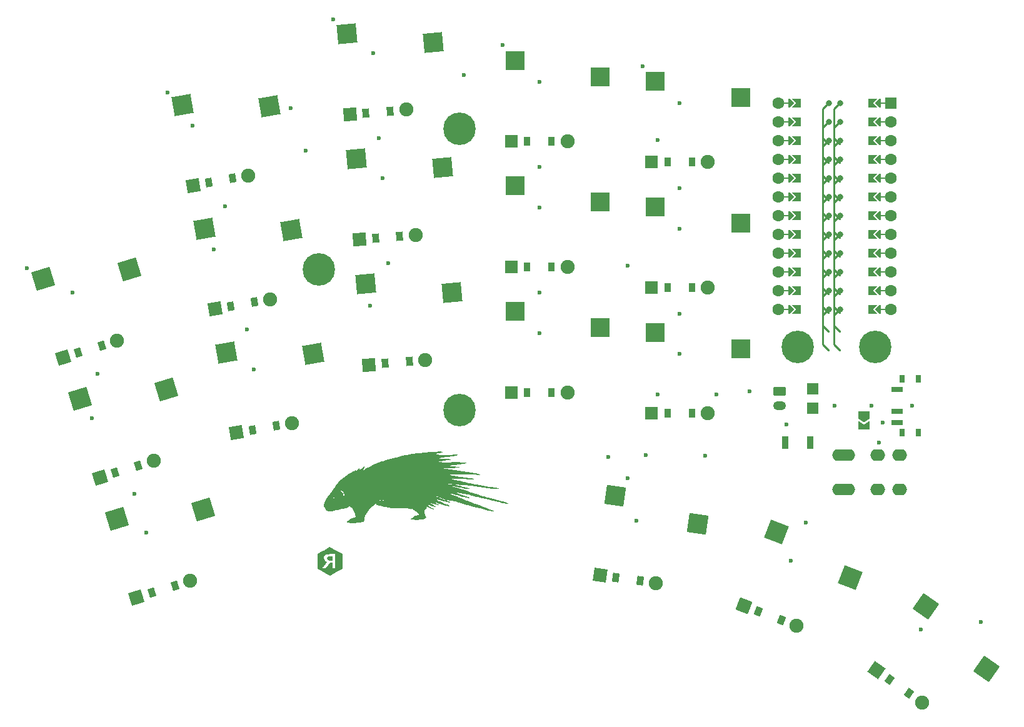
<source format=gbr>
%TF.GenerationSoftware,KiCad,Pcbnew,7.0.5*%
%TF.CreationDate,2024-04-29T22:33:29+02:00*%
%TF.ProjectId,porcupine,706f7263-7570-4696-9e65-2e6b69636164,v0.0.1*%
%TF.SameCoordinates,Original*%
%TF.FileFunction,Copper,L2,Bot*%
%TF.FilePolarity,Positive*%
%FSLAX46Y46*%
G04 Gerber Fmt 4.6, Leading zero omitted, Abs format (unit mm)*
G04 Created by KiCad (PCBNEW 7.0.5) date 2024-04-29 22:33:29*
%MOMM*%
%LPD*%
G01*
G04 APERTURE LIST*
G04 Aperture macros list*
%AMRoundRect*
0 Rectangle with rounded corners*
0 $1 Rounding radius*
0 $2 $3 $4 $5 $6 $7 $8 $9 X,Y pos of 4 corners*
0 Add a 4 corners polygon primitive as box body*
4,1,4,$2,$3,$4,$5,$6,$7,$8,$9,$2,$3,0*
0 Add four circle primitives for the rounded corners*
1,1,$1+$1,$2,$3*
1,1,$1+$1,$4,$5*
1,1,$1+$1,$6,$7*
1,1,$1+$1,$8,$9*
0 Add four rect primitives between the rounded corners*
20,1,$1+$1,$2,$3,$4,$5,0*
20,1,$1+$1,$4,$5,$6,$7,0*
20,1,$1+$1,$6,$7,$8,$9,0*
20,1,$1+$1,$8,$9,$2,$3,0*%
%AMRotRect*
0 Rectangle, with rotation*
0 The origin of the aperture is its center*
0 $1 length*
0 $2 width*
0 $3 Rotation angle, in degrees counterclockwise*
0 Add horizontal line*
21,1,$1,$2,0,0,$3*%
%AMFreePoly0*
4,1,5,0.125000,-0.500000,-0.125000,-0.500000,-0.125000,0.500000,0.125000,0.500000,0.125000,-0.500000,0.125000,-0.500000,$1*%
%AMFreePoly1*
4,1,6,0.600000,-0.250000,-0.600000,-0.250000,-0.600000,1.000000,0.000000,0.400000,0.600000,1.000000,0.600000,-0.250000,0.600000,-0.250000,$1*%
%AMFreePoly2*
4,1,6,0.600000,0.200000,0.000000,-0.400000,-0.600000,0.200000,-0.600000,0.400000,0.600000,0.400000,0.600000,0.200000,0.600000,0.200000,$1*%
%AMFreePoly3*
4,1,49,0.004652,0.123753,0.008918,0.124682,0.028635,0.117327,0.062500,0.108253,0.068172,0.102580,0.074910,0.100068,0.087486,0.083266,0.108253,0.062500,0.111163,0.051639,0.117119,0.043683,0.118510,0.024217,0.125000,0.000000,0.121245,-0.014013,0.122144,-0.026571,0.113772,-0.041901,0.108253,-0.062500,0.095633,-0.075119,0.088389,-0.088388,-0.641000,-0.817776,-0.641000,-4.770223,
0.088389,-5.499612,0.109711,-5.528094,0.124682,-5.596918,0.100068,-5.662910,0.043683,-5.705119,-0.026571,-5.710144,-0.088388,-5.676389,-0.854388,-4.910388,-0.867764,-4.892519,-0.871157,-4.889580,-0.871926,-4.886960,-0.875710,-4.881906,-0.882285,-4.851677,-0.891000,-4.822000,-0.891000,-0.766000,-0.887823,-0.743906,-0.888144,-0.739429,-0.886835,-0.737032,-0.885937,-0.730783,-0.869209,-0.704755,
-0.854388,-0.677612,-0.088388,0.088389,-0.064427,0.106325,-0.062500,0.108253,-0.061491,0.108523,-0.059906,0.109711,-0.044779,0.113001,0.000000,0.125000,0.004652,0.123753,0.004652,0.123753,$1*%
%AMFreePoly4*
4,1,6,1.000000,0.000000,0.500000,-0.750000,-0.500000,-0.750000,-0.500000,0.750000,0.500000,0.750000,1.000000,0.000000,1.000000,0.000000,$1*%
%AMFreePoly5*
4,1,6,0.500000,-0.750000,-0.650000,-0.750000,-0.150000,0.000000,-0.650000,0.750000,0.500000,0.750000,0.500000,-0.750000,0.500000,-0.750000,$1*%
G04 Aperture macros list end*
%TA.AperFunction,EtchedComponent*%
%ADD10C,0.020000*%
%TD*%
%TA.AperFunction,SMDPad,CuDef*%
%ADD11RotRect,2.600000X2.600000X17.000000*%
%TD*%
%TA.AperFunction,SMDPad,CuDef*%
%ADD12RotRect,2.600000X2.600000X10.000000*%
%TD*%
%TA.AperFunction,SMDPad,CuDef*%
%ADD13RotRect,2.600000X2.600000X5.000000*%
%TD*%
%TA.AperFunction,SMDPad,CuDef*%
%ADD14R,2.600000X2.600000*%
%TD*%
%TA.AperFunction,SMDPad,CuDef*%
%ADD15RotRect,2.600000X2.600000X352.000000*%
%TD*%
%TA.AperFunction,SMDPad,CuDef*%
%ADD16RotRect,2.600000X2.600000X339.000000*%
%TD*%
%TA.AperFunction,SMDPad,CuDef*%
%ADD17RotRect,2.600000X2.600000X325.000000*%
%TD*%
%TA.AperFunction,SMDPad,CuDef*%
%ADD18RotRect,0.900000X1.200000X17.000000*%
%TD*%
%TA.AperFunction,ComponentPad*%
%ADD19C,1.905000*%
%TD*%
%TA.AperFunction,ComponentPad*%
%ADD20RotRect,1.778000X1.778000X17.000000*%
%TD*%
%TA.AperFunction,SMDPad,CuDef*%
%ADD21RotRect,0.900000X1.200000X10.000000*%
%TD*%
%TA.AperFunction,ComponentPad*%
%ADD22RotRect,1.778000X1.778000X10.000000*%
%TD*%
%TA.AperFunction,SMDPad,CuDef*%
%ADD23RotRect,0.900000X1.200000X5.000000*%
%TD*%
%TA.AperFunction,ComponentPad*%
%ADD24RotRect,1.778000X1.778000X5.000000*%
%TD*%
%TA.AperFunction,SMDPad,CuDef*%
%ADD25R,0.900000X1.200000*%
%TD*%
%TA.AperFunction,ComponentPad*%
%ADD26R,1.778000X1.778000*%
%TD*%
%TA.AperFunction,SMDPad,CuDef*%
%ADD27RotRect,0.900000X1.200000X352.000000*%
%TD*%
%TA.AperFunction,ComponentPad*%
%ADD28RotRect,1.778000X1.778000X352.000000*%
%TD*%
%TA.AperFunction,SMDPad,CuDef*%
%ADD29RotRect,0.900000X1.200000X339.000000*%
%TD*%
%TA.AperFunction,ComponentPad*%
%ADD30RotRect,1.778000X1.778000X339.000000*%
%TD*%
%TA.AperFunction,SMDPad,CuDef*%
%ADD31RotRect,0.900000X1.200000X325.000000*%
%TD*%
%TA.AperFunction,ComponentPad*%
%ADD32RotRect,1.778000X1.778000X325.000000*%
%TD*%
%TA.AperFunction,ComponentPad*%
%ADD33C,1.600000*%
%TD*%
%TA.AperFunction,ComponentPad*%
%ADD34R,1.600000X1.600000*%
%TD*%
%TA.AperFunction,SMDPad,CuDef*%
%ADD35FreePoly0,90.000000*%
%TD*%
%TA.AperFunction,SMDPad,CuDef*%
%ADD36FreePoly1,90.000000*%
%TD*%
%TA.AperFunction,SMDPad,CuDef*%
%ADD37FreePoly2,90.000000*%
%TD*%
%TA.AperFunction,SMDPad,CuDef*%
%ADD38FreePoly0,270.000000*%
%TD*%
%TA.AperFunction,SMDPad,CuDef*%
%ADD39FreePoly2,270.000000*%
%TD*%
%TA.AperFunction,SMDPad,CuDef*%
%ADD40FreePoly1,270.000000*%
%TD*%
%TA.AperFunction,SMDPad,CuDef*%
%ADD41FreePoly3,90.000000*%
%TD*%
%TA.AperFunction,SMDPad,CuDef*%
%ADD42FreePoly3,270.000000*%
%TD*%
%TA.AperFunction,ComponentPad*%
%ADD43C,0.800000*%
%TD*%
%TA.AperFunction,ComponentPad*%
%ADD44RoundRect,0.250000X-0.625000X-0.350000X0.625000X-0.350000X0.625000X0.350000X-0.625000X0.350000X0*%
%TD*%
%TA.AperFunction,ComponentPad*%
%ADD45O,1.750000X1.200000*%
%TD*%
%TA.AperFunction,SMDPad,CuDef*%
%ADD46R,1.500000X1.500000*%
%TD*%
%TA.AperFunction,ComponentPad*%
%ADD47O,2.000000X1.600000*%
%TD*%
%TA.AperFunction,SMDPad,CuDef*%
%ADD48FreePoly4,270.000000*%
%TD*%
%TA.AperFunction,SMDPad,CuDef*%
%ADD49FreePoly5,270.000000*%
%TD*%
%TA.AperFunction,SMDPad,CuDef*%
%ADD50R,1.500000X0.700000*%
%TD*%
%TA.AperFunction,SMDPad,CuDef*%
%ADD51R,0.800000X1.000000*%
%TD*%
%TA.AperFunction,SMDPad,CuDef*%
%ADD52R,0.900000X1.700000*%
%TD*%
%TA.AperFunction,ComponentPad*%
%ADD53C,4.400000*%
%TD*%
%TA.AperFunction,ViaPad*%
%ADD54C,0.600000*%
%TD*%
G04 APERTURE END LIST*
%TO.C,Side_B*%
D10*
X199825227Y-150291289D02*
X200646329Y-150765445D01*
X200648920Y-151716148D01*
X200651512Y-152666851D01*
X199836988Y-153137129D01*
X199718545Y-153205447D01*
X199604933Y-153270847D01*
X199497407Y-153332614D01*
X199397223Y-153390033D01*
X199305636Y-153442389D01*
X199223901Y-153488967D01*
X199153274Y-153529050D01*
X199095011Y-153561925D01*
X199050367Y-153586876D01*
X199020596Y-153603188D01*
X199006956Y-153610145D01*
X199006357Y-153610342D01*
X198995405Y-153605778D01*
X198968152Y-153591689D01*
X198925851Y-153568784D01*
X198869755Y-153537770D01*
X198801119Y-153499356D01*
X198721195Y-153454249D01*
X198631239Y-153403157D01*
X198532502Y-153346789D01*
X198426241Y-153285852D01*
X198313707Y-153221054D01*
X198196154Y-153153104D01*
X198177449Y-153142267D01*
X197364649Y-152671258D01*
X197364607Y-152654032D01*
X197898049Y-152654032D01*
X197907796Y-152655446D01*
X197935390Y-152656708D01*
X197978358Y-152657773D01*
X198034226Y-152658600D01*
X198100522Y-152659146D01*
X198174772Y-152659367D01*
X198205389Y-152659356D01*
X198512729Y-152658962D01*
X198777607Y-152301216D01*
X199042486Y-151943471D01*
X199166227Y-151940618D01*
X199289969Y-151937765D01*
X199289969Y-152659751D01*
X199787809Y-152659751D01*
X199787809Y-150687476D01*
X199221389Y-150691114D01*
X199099427Y-150691922D01*
X198995981Y-150692701D01*
X198909244Y-150693524D01*
X198837412Y-150694463D01*
X198778679Y-150695592D01*
X198731241Y-150696983D01*
X198693292Y-150698708D01*
X198663027Y-150700841D01*
X198638642Y-150703453D01*
X198618330Y-150706619D01*
X198600288Y-150710409D01*
X198582710Y-150714898D01*
X198574470Y-150717165D01*
X198466519Y-150756239D01*
X198372502Y-150809287D01*
X198293106Y-150875848D01*
X198237452Y-150942960D01*
X198200356Y-151006499D01*
X198175804Y-151074441D01*
X198162492Y-151151599D01*
X198159042Y-151232271D01*
X198165710Y-151338521D01*
X198185803Y-151433142D01*
X198220262Y-151520537D01*
X198220901Y-151521831D01*
X198248798Y-151566253D01*
X198289739Y-151616285D01*
X198339167Y-151667384D01*
X198392524Y-151715005D01*
X198445255Y-151754606D01*
X198469549Y-151769744D01*
X198501996Y-151789455D01*
X198526155Y-151806307D01*
X198537707Y-151817231D01*
X198538129Y-151818528D01*
X198532054Y-151828162D01*
X198514613Y-151852242D01*
X198486981Y-151889230D01*
X198450333Y-151937582D01*
X198405845Y-151995759D01*
X198354691Y-152062220D01*
X198298046Y-152135423D01*
X198237087Y-152213828D01*
X198218089Y-152238190D01*
X198156100Y-152317736D01*
X198098067Y-152392415D01*
X198045163Y-152460703D01*
X197998561Y-152521076D01*
X197959434Y-152572010D01*
X197928954Y-152611982D01*
X197908295Y-152639467D01*
X197898629Y-152652942D01*
X197898049Y-152654032D01*
X197364607Y-152654032D01*
X197362307Y-151718084D01*
X197359966Y-150764911D01*
X197985971Y-150404231D01*
X198095787Y-150340955D01*
X198205280Y-150277860D01*
X198312404Y-150216123D01*
X198415115Y-150156923D01*
X198511366Y-150101441D01*
X198599112Y-150050854D01*
X198676309Y-150006343D01*
X198740910Y-149969085D01*
X198790871Y-149940259D01*
X198808051Y-149930342D01*
X199004126Y-149817134D01*
X199825227Y-150291289D01*
%TA.AperFunction,EtchedComponent*%
G36*
X199825227Y-150291289D02*
G01*
X200646329Y-150765445D01*
X200648920Y-151716148D01*
X200651512Y-152666851D01*
X199836988Y-153137129D01*
X199718545Y-153205447D01*
X199604933Y-153270847D01*
X199497407Y-153332614D01*
X199397223Y-153390033D01*
X199305636Y-153442389D01*
X199223901Y-153488967D01*
X199153274Y-153529050D01*
X199095011Y-153561925D01*
X199050367Y-153586876D01*
X199020596Y-153603188D01*
X199006956Y-153610145D01*
X199006357Y-153610342D01*
X198995405Y-153605778D01*
X198968152Y-153591689D01*
X198925851Y-153568784D01*
X198869755Y-153537770D01*
X198801119Y-153499356D01*
X198721195Y-153454249D01*
X198631239Y-153403157D01*
X198532502Y-153346789D01*
X198426241Y-153285852D01*
X198313707Y-153221054D01*
X198196154Y-153153104D01*
X198177449Y-153142267D01*
X197364649Y-152671258D01*
X197364607Y-152654032D01*
X197898049Y-152654032D01*
X197907796Y-152655446D01*
X197935390Y-152656708D01*
X197978358Y-152657773D01*
X198034226Y-152658600D01*
X198100522Y-152659146D01*
X198174772Y-152659367D01*
X198205389Y-152659356D01*
X198512729Y-152658962D01*
X198777607Y-152301216D01*
X199042486Y-151943471D01*
X199166227Y-151940618D01*
X199289969Y-151937765D01*
X199289969Y-152659751D01*
X199787809Y-152659751D01*
X199787809Y-150687476D01*
X199221389Y-150691114D01*
X199099427Y-150691922D01*
X198995981Y-150692701D01*
X198909244Y-150693524D01*
X198837412Y-150694463D01*
X198778679Y-150695592D01*
X198731241Y-150696983D01*
X198693292Y-150698708D01*
X198663027Y-150700841D01*
X198638642Y-150703453D01*
X198618330Y-150706619D01*
X198600288Y-150710409D01*
X198582710Y-150714898D01*
X198574470Y-150717165D01*
X198466519Y-150756239D01*
X198372502Y-150809287D01*
X198293106Y-150875848D01*
X198237452Y-150942960D01*
X198200356Y-151006499D01*
X198175804Y-151074441D01*
X198162492Y-151151599D01*
X198159042Y-151232271D01*
X198165710Y-151338521D01*
X198185803Y-151433142D01*
X198220262Y-151520537D01*
X198220901Y-151521831D01*
X198248798Y-151566253D01*
X198289739Y-151616285D01*
X198339167Y-151667384D01*
X198392524Y-151715005D01*
X198445255Y-151754606D01*
X198469549Y-151769744D01*
X198501996Y-151789455D01*
X198526155Y-151806307D01*
X198537707Y-151817231D01*
X198538129Y-151818528D01*
X198532054Y-151828162D01*
X198514613Y-151852242D01*
X198486981Y-151889230D01*
X198450333Y-151937582D01*
X198405845Y-151995759D01*
X198354691Y-152062220D01*
X198298046Y-152135423D01*
X198237087Y-152213828D01*
X198218089Y-152238190D01*
X198156100Y-152317736D01*
X198098067Y-152392415D01*
X198045163Y-152460703D01*
X197998561Y-152521076D01*
X197959434Y-152572010D01*
X197928954Y-152611982D01*
X197908295Y-152639467D01*
X197898629Y-152652942D01*
X197898049Y-152654032D01*
X197364607Y-152654032D01*
X197362307Y-151718084D01*
X197359966Y-150764911D01*
X197985971Y-150404231D01*
X198095787Y-150340955D01*
X198205280Y-150277860D01*
X198312404Y-150216123D01*
X198415115Y-150156923D01*
X198511366Y-150101441D01*
X198599112Y-150050854D01*
X198676309Y-150006343D01*
X198740910Y-149969085D01*
X198790871Y-149940259D01*
X198808051Y-149930342D01*
X199004126Y-149817134D01*
X199825227Y-150291289D01*
G37*
%TD.AperFunction*%
X199147729Y-151046464D02*
X199284889Y-151049391D01*
X199284889Y-151577711D01*
X199147729Y-151579098D01*
X199090306Y-151578997D01*
X199033998Y-151577708D01*
X198985100Y-151575447D01*
X198949907Y-151572430D01*
X198948623Y-151572264D01*
X198866859Y-151554154D01*
X198800070Y-151523112D01*
X198746949Y-151478361D01*
X198713660Y-151432586D01*
X198699395Y-151405783D01*
X198690918Y-151380884D01*
X198686779Y-151350970D01*
X198685525Y-151309122D01*
X198685493Y-151298311D01*
X198686403Y-151252135D01*
X198690067Y-151219416D01*
X198697804Y-151193340D01*
X198710849Y-151167244D01*
X198738843Y-151129519D01*
X198776585Y-151099439D01*
X198825794Y-151076528D01*
X198888189Y-151060310D01*
X198965492Y-151050311D01*
X199059421Y-151046054D01*
X199147729Y-151046464D01*
%TA.AperFunction,EtchedComponent*%
G36*
X199147729Y-151046464D02*
G01*
X199284889Y-151049391D01*
X199284889Y-151577711D01*
X199147729Y-151579098D01*
X199090306Y-151578997D01*
X199033998Y-151577708D01*
X198985100Y-151575447D01*
X198949907Y-151572430D01*
X198948623Y-151572264D01*
X198866859Y-151554154D01*
X198800070Y-151523112D01*
X198746949Y-151478361D01*
X198713660Y-151432586D01*
X198699395Y-151405783D01*
X198690918Y-151380884D01*
X198686779Y-151350970D01*
X198685525Y-151309122D01*
X198685493Y-151298311D01*
X198686403Y-151252135D01*
X198690067Y-151219416D01*
X198697804Y-151193340D01*
X198710849Y-151167244D01*
X198738843Y-151129519D01*
X198776585Y-151099439D01*
X198825794Y-151076528D01*
X198888189Y-151060310D01*
X198965492Y-151050311D01*
X199059421Y-151046054D01*
X199147729Y-151046464D01*
G37*
%TD.AperFunction*%
%TA.AperFunction,EtchedComponent*%
%TO.C,LOGO_B*%
G36*
X213992597Y-136880251D02*
G01*
X214001615Y-136880588D01*
X214145604Y-136889691D01*
X214231472Y-136904355D01*
X214273644Y-136928297D01*
X214285103Y-136953632D01*
X214275408Y-136993224D01*
X214225066Y-137027334D01*
X214126809Y-137057993D01*
X213973368Y-137087231D01*
X213757474Y-137117081D01*
X213657286Y-137129036D01*
X213503553Y-137147880D01*
X213379291Y-137165131D01*
X213300486Y-137178452D01*
X213281076Y-137184015D01*
X213296392Y-137199508D01*
X213372388Y-137219963D01*
X213513171Y-137246298D01*
X213675233Y-137272223D01*
X213797288Y-137295822D01*
X213886750Y-137322414D01*
X213923186Y-137345127D01*
X213964703Y-137362777D01*
X214069394Y-137374587D01*
X214228116Y-137380798D01*
X214431726Y-137381652D01*
X214671082Y-137377390D01*
X214937039Y-137368252D01*
X215220457Y-137354480D01*
X215512192Y-137336316D01*
X215803101Y-137314000D01*
X216079357Y-137288254D01*
X216210550Y-137277032D01*
X216285028Y-137278490D01*
X216317863Y-137294653D01*
X216324286Y-137321161D01*
X216288028Y-137370687D01*
X216179248Y-137418719D01*
X215997939Y-137465262D01*
X215744093Y-137510315D01*
X215417704Y-137553881D01*
X215165097Y-137581561D01*
X214918482Y-137609248D01*
X214641444Y-137644369D01*
X214368974Y-137682285D01*
X214149097Y-137716198D01*
X213955298Y-137748515D01*
X213826397Y-137771623D01*
X213755645Y-137787855D01*
X213736294Y-137799544D01*
X213761594Y-137809022D01*
X213824795Y-137818623D01*
X213845168Y-137821244D01*
X213943549Y-137830587D01*
X214098256Y-137841475D01*
X214293085Y-137852939D01*
X214511835Y-137864008D01*
X214689262Y-137871769D01*
X214967403Y-137886251D01*
X215174651Y-137904029D01*
X215310778Y-137924750D01*
X215375558Y-137948064D01*
X215368762Y-137973618D01*
X215290163Y-138001061D01*
X215139533Y-138030042D01*
X214916645Y-138060208D01*
X214818429Y-138071317D01*
X214620462Y-138096779D01*
X214416245Y-138129671D01*
X214236390Y-138164793D01*
X214156882Y-138183718D01*
X213991055Y-138219508D01*
X213818005Y-138244491D01*
X213688191Y-138252857D01*
X213580771Y-138255849D01*
X213513666Y-138263603D01*
X213501041Y-138271992D01*
X213543100Y-138281819D01*
X213641278Y-138293464D01*
X213779184Y-138305781D01*
X213940423Y-138317624D01*
X214108605Y-138327846D01*
X214267338Y-138335302D01*
X214400229Y-138338846D01*
X214455572Y-138338727D01*
X214526320Y-138337889D01*
X214659857Y-138336790D01*
X214846401Y-138335492D01*
X215076169Y-138334057D01*
X215339379Y-138332548D01*
X215626250Y-138331027D01*
X215816286Y-138330082D01*
X216237032Y-138328963D01*
X216589952Y-138330181D01*
X216879765Y-138333979D01*
X217111185Y-138340601D01*
X217288930Y-138350289D01*
X217417715Y-138363286D01*
X217502258Y-138379834D01*
X217547273Y-138400177D01*
X217558000Y-138419749D01*
X217526572Y-138461186D01*
X217430644Y-138499407D01*
X217267754Y-138535061D01*
X217035439Y-138568799D01*
X216959286Y-138577801D01*
X216768140Y-138600317D01*
X216562894Y-138625755D01*
X216383561Y-138649138D01*
X216360572Y-138652270D01*
X216192906Y-138673868D01*
X215990409Y-138697889D01*
X215790500Y-138719934D01*
X215743715Y-138724784D01*
X215570571Y-138743564D01*
X215404385Y-138763524D01*
X215272417Y-138781321D01*
X215235715Y-138787021D01*
X215072429Y-138814118D01*
X215308286Y-138836666D01*
X215436832Y-138848857D01*
X215614577Y-138865584D01*
X215818457Y-138884681D01*
X216025410Y-138903985D01*
X216034000Y-138904784D01*
X216283183Y-138931116D01*
X216463631Y-138957755D01*
X216579176Y-138985656D01*
X216633653Y-139015776D01*
X216630894Y-139049069D01*
X216627475Y-139052754D01*
X216584925Y-139061082D01*
X216478568Y-139070325D01*
X216317152Y-139080055D01*
X216109430Y-139089843D01*
X215864151Y-139099261D01*
X215590066Y-139107880D01*
X215398936Y-139112892D01*
X215121141Y-139120037D01*
X214875579Y-139127183D01*
X214669233Y-139134061D01*
X214509082Y-139140400D01*
X214402110Y-139145931D01*
X214355296Y-139150382D01*
X214364857Y-139152919D01*
X214447197Y-139161738D01*
X214590436Y-139180549D01*
X214783842Y-139207705D01*
X215016684Y-139241556D01*
X215278229Y-139280454D01*
X215557745Y-139322753D01*
X215844500Y-139366802D01*
X216127762Y-139410955D01*
X216396798Y-139453562D01*
X216640877Y-139492976D01*
X216849267Y-139527548D01*
X217011234Y-139555631D01*
X217113672Y-139575076D01*
X217242281Y-139598313D01*
X217421242Y-139625751D01*
X217628708Y-139654260D01*
X217842831Y-139680712D01*
X217884572Y-139685485D01*
X218083609Y-139709092D01*
X218267046Y-139733017D01*
X218417820Y-139754883D01*
X218518869Y-139772311D01*
X218537715Y-139776512D01*
X218646184Y-139798564D01*
X218788488Y-139821113D01*
X218882429Y-139833214D01*
X219048049Y-139862402D01*
X219198572Y-139907150D01*
X219318535Y-139960968D01*
X219392473Y-140017360D01*
X219408572Y-140054136D01*
X219391022Y-140093280D01*
X219327467Y-140094069D01*
X219308786Y-140090361D01*
X219179617Y-140068828D01*
X218992688Y-140046112D01*
X218762776Y-140023318D01*
X218504656Y-140001549D01*
X218233105Y-139981912D01*
X217962898Y-139965509D01*
X217708812Y-139953447D01*
X217485622Y-139946829D01*
X217376572Y-139945919D01*
X217130093Y-139947851D01*
X216866613Y-139952204D01*
X216595828Y-139958584D01*
X216327434Y-139966602D01*
X216071129Y-139975867D01*
X215836607Y-139985987D01*
X215633567Y-139996571D01*
X215471704Y-140007228D01*
X215360715Y-140017568D01*
X215310297Y-140027198D01*
X215308286Y-140029331D01*
X215341625Y-140048551D01*
X215432176Y-140077353D01*
X215565735Y-140112402D01*
X215728101Y-140150365D01*
X215905072Y-140187908D01*
X216082447Y-140221696D01*
X216233572Y-140246567D01*
X216567187Y-140294716D01*
X216911812Y-140342018D01*
X217249161Y-140386115D01*
X217560947Y-140424648D01*
X217828883Y-140455259D01*
X217944900Y-140467271D01*
X218177069Y-140492137D01*
X218345367Y-140515539D01*
X218458411Y-140539541D01*
X218524815Y-140566207D01*
X218553196Y-140597601D01*
X218555857Y-140613642D01*
X218543606Y-140635998D01*
X218499507Y-140649941D01*
X218412545Y-140656534D01*
X218271706Y-140656843D01*
X218138572Y-140653981D01*
X217911667Y-140645666D01*
X217654005Y-140632692D01*
X217407073Y-140617266D01*
X217304000Y-140609595D01*
X217138180Y-140598939D01*
X216942956Y-140590530D01*
X216728797Y-140584358D01*
X216506174Y-140580414D01*
X216285556Y-140578688D01*
X216077413Y-140579170D01*
X215892215Y-140581851D01*
X215740432Y-140586721D01*
X215632533Y-140593772D01*
X215578988Y-140602992D01*
X215580429Y-140611170D01*
X215642962Y-140630432D01*
X215766545Y-140662096D01*
X215941163Y-140703858D01*
X216156799Y-140753411D01*
X216403440Y-140808451D01*
X216671069Y-140866673D01*
X216923000Y-140920181D01*
X217110990Y-140960496D01*
X217348878Y-141012806D01*
X217615929Y-141072459D01*
X217891405Y-141134805D01*
X218154568Y-141195191D01*
X218301857Y-141229467D01*
X218458175Y-141263545D01*
X218658329Y-141303543D01*
X218874475Y-141344046D01*
X219045715Y-141374108D01*
X219267958Y-141412420D01*
X219510809Y-141455513D01*
X219740478Y-141497335D01*
X219880286Y-141523566D01*
X220072519Y-141558620D01*
X220298364Y-141597074D01*
X220545416Y-141637096D01*
X220801270Y-141676853D01*
X221053522Y-141714509D01*
X221289767Y-141748234D01*
X221497600Y-141776192D01*
X221664616Y-141796550D01*
X221778411Y-141807476D01*
X221810359Y-141808831D01*
X221921774Y-141821567D01*
X221968803Y-141853509D01*
X221953791Y-141895343D01*
X221879083Y-141937751D01*
X221770469Y-141967279D01*
X221692316Y-141970813D01*
X221555693Y-141965450D01*
X221373973Y-141952573D01*
X221160524Y-141933565D01*
X220928717Y-141909809D01*
X220691923Y-141882690D01*
X220463511Y-141853590D01*
X220256853Y-141823893D01*
X220085319Y-141794983D01*
X220061714Y-141790462D01*
X219913051Y-141764363D01*
X219719244Y-141734546D01*
X219507312Y-141704997D01*
X219336000Y-141683412D01*
X219119253Y-141655228D01*
X218863047Y-141618091D01*
X218599179Y-141576799D01*
X218359447Y-141536151D01*
X218356286Y-141535587D01*
X217967340Y-141477670D01*
X217529710Y-141433111D01*
X217140715Y-141407749D01*
X216903516Y-141394914D01*
X216672084Y-141380227D01*
X216463734Y-141364944D01*
X216295779Y-141350321D01*
X216197286Y-141339292D01*
X216066258Y-141325346D01*
X215884347Y-141311299D01*
X215673227Y-141298579D01*
X215454570Y-141288616D01*
X215399000Y-141286648D01*
X215216785Y-141281808D01*
X215105806Y-141281553D01*
X215064888Y-141285640D01*
X215092855Y-141293826D01*
X215188532Y-141305866D01*
X215350746Y-141321518D01*
X215578320Y-141340538D01*
X215707429Y-141350565D01*
X215866753Y-141363881D01*
X216003836Y-141379212D01*
X216134531Y-141399758D01*
X216274695Y-141428717D01*
X216440181Y-141469290D01*
X216646844Y-141524676D01*
X216850429Y-141581226D01*
X217071858Y-141641898D01*
X217294280Y-141700547D01*
X217497336Y-141751957D01*
X217660666Y-141790916D01*
X217718270Y-141803514D01*
X217853868Y-141836621D01*
X217959114Y-141871517D01*
X218015926Y-141901915D01*
X218020651Y-141908642D01*
X218000595Y-141940488D01*
X217917802Y-141953941D01*
X217779567Y-141949638D01*
X217593187Y-141928213D01*
X217365957Y-141890304D01*
X217105172Y-141836547D01*
X217050000Y-141824034D01*
X216820283Y-141773811D01*
X216582023Y-141726335D01*
X216347335Y-141683542D01*
X216128333Y-141647370D01*
X215937133Y-141619757D01*
X215785848Y-141602640D01*
X215686594Y-141597956D01*
X215658310Y-141601468D01*
X215670601Y-141615556D01*
X215739901Y-141640758D01*
X215852410Y-141672289D01*
X215889003Y-141681413D01*
X216089694Y-141732051D01*
X216295601Y-141788021D01*
X216516560Y-141852389D01*
X216762407Y-141928216D01*
X217042977Y-142018568D01*
X217368107Y-142126505D01*
X217747634Y-142255094D01*
X217916287Y-142312794D01*
X218214747Y-142414159D01*
X218522062Y-142516787D01*
X218823020Y-142615723D01*
X219102411Y-142706010D01*
X219345025Y-142782695D01*
X219535652Y-142840820D01*
X219549144Y-142844797D01*
X219769021Y-142909575D01*
X219990729Y-142975236D01*
X220193324Y-143035553D01*
X220355864Y-143084304D01*
X220406429Y-143099613D01*
X220591372Y-143151355D01*
X220796411Y-143201916D01*
X220975879Y-143240091D01*
X221107749Y-143269087D01*
X221289563Y-143315058D01*
X221502148Y-143372858D01*
X221726331Y-143437341D01*
X221854767Y-143475976D01*
X222078219Y-143543115D01*
X222302383Y-143608186D01*
X222507667Y-143665655D01*
X222674480Y-143709993D01*
X222744760Y-143727251D01*
X222942818Y-143781640D01*
X223093389Y-143840177D01*
X223188061Y-143898900D01*
X223218572Y-143950550D01*
X223214952Y-143967260D01*
X223199524Y-143977828D01*
X223165434Y-143981035D01*
X223105831Y-143975661D01*
X223013861Y-143960489D01*
X222882672Y-143934300D01*
X222705410Y-143895875D01*
X222475222Y-143843995D01*
X222185257Y-143777441D01*
X221984857Y-143731144D01*
X221779625Y-143683869D01*
X221593501Y-143641363D01*
X221440420Y-143606780D01*
X221334318Y-143583274D01*
X221295429Y-143575094D01*
X221198387Y-143554287D01*
X221040365Y-143517582D01*
X220819841Y-143464606D01*
X220535298Y-143394987D01*
X220185214Y-143308354D01*
X219768070Y-143204334D01*
X219282347Y-143082554D01*
X219227143Y-143068681D01*
X218918058Y-142991852D01*
X218610894Y-142917088D01*
X218317956Y-142847269D01*
X218051549Y-142785275D01*
X217823980Y-142733986D01*
X217647553Y-142696282D01*
X217576143Y-142682262D01*
X217367134Y-142642681D01*
X217118001Y-142594338D01*
X216859665Y-142543290D01*
X216623044Y-142495594D01*
X216618364Y-142494638D01*
X216433701Y-142457837D01*
X216276027Y-142428194D01*
X216158121Y-142407970D01*
X216092764Y-142399431D01*
X216083924Y-142399981D01*
X216108024Y-142419668D01*
X216193234Y-142458499D01*
X216331541Y-142513500D01*
X216514937Y-142581699D01*
X216735411Y-142660121D01*
X216984953Y-142745793D01*
X217255551Y-142835742D01*
X217274617Y-142841972D01*
X217532735Y-142928769D01*
X217724439Y-142999500D01*
X217853587Y-143056214D01*
X217924040Y-143100961D01*
X217939657Y-143135789D01*
X217904297Y-143162748D01*
X217888965Y-143168177D01*
X217813495Y-143171110D01*
X217680057Y-143154408D01*
X217499807Y-143120535D01*
X217283899Y-143071960D01*
X217043490Y-143011148D01*
X216789735Y-142940565D01*
X216596429Y-142882406D01*
X216324017Y-142798782D01*
X216109796Y-142736104D01*
X215943304Y-142691802D01*
X215814076Y-142663303D01*
X215711650Y-142648036D01*
X215625563Y-142643429D01*
X215624204Y-142643428D01*
X215496766Y-142630507D01*
X215384420Y-142602947D01*
X215301972Y-142579756D01*
X215254628Y-142576812D01*
X215252669Y-142578092D01*
X215279874Y-142596153D01*
X215368847Y-142637208D01*
X215513394Y-142698795D01*
X215707322Y-142778455D01*
X215944438Y-142873725D01*
X216218549Y-142982145D01*
X216523463Y-143101254D01*
X216852985Y-143228589D01*
X217200924Y-143361691D01*
X217561085Y-143498097D01*
X217685000Y-143544707D01*
X217899370Y-143626312D01*
X218110682Y-143708733D01*
X218300692Y-143784715D01*
X218451155Y-143847006D01*
X218511840Y-143873430D01*
X218637681Y-143926251D01*
X218811837Y-143994236D01*
X219013773Y-144069608D01*
X219222954Y-144144588D01*
X219280943Y-144164770D01*
X219476051Y-144233653D01*
X219657862Y-144300543D01*
X219810022Y-144359231D01*
X219916180Y-144403511D01*
X219941817Y-144415655D01*
X220032952Y-144455998D01*
X220172536Y-144510674D01*
X220339920Y-144571832D01*
X220479000Y-144619828D01*
X220741437Y-144708385D01*
X220942316Y-144777648D01*
X221089142Y-144830604D01*
X221189424Y-144870239D01*
X221250669Y-144899541D01*
X221280384Y-144921497D01*
X221286078Y-144939092D01*
X221285615Y-144940727D01*
X221237437Y-144979839D01*
X221127399Y-144991408D01*
X220954407Y-144975297D01*
X220717367Y-144931367D01*
X220415185Y-144859479D01*
X220206857Y-144804158D01*
X219954007Y-144735448D01*
X219690266Y-144664659D01*
X219436594Y-144597356D01*
X219213953Y-144539105D01*
X219063857Y-144500639D01*
X218865041Y-144449484D01*
X218663154Y-144395827D01*
X218484370Y-144346712D01*
X218374429Y-144315087D01*
X218221906Y-144269757D01*
X218081809Y-144228533D01*
X217940888Y-144187624D01*
X217785891Y-144143243D01*
X217603567Y-144091598D01*
X217380664Y-144028902D01*
X217103932Y-143951364D01*
X217036406Y-143932468D01*
X216818029Y-143870897D01*
X216623300Y-143815099D01*
X216463108Y-143768268D01*
X216348341Y-143733595D01*
X216289888Y-143714275D01*
X216285332Y-143712208D01*
X216230224Y-143692982D01*
X216120017Y-143664878D01*
X215971133Y-143631309D01*
X215799997Y-143595690D01*
X215623031Y-143561434D01*
X215456659Y-143531957D01*
X215317304Y-143510671D01*
X215313282Y-143510138D01*
X215076941Y-143472019D01*
X214836329Y-143417403D01*
X214561015Y-143339360D01*
X214553943Y-143337207D01*
X214459659Y-143304517D01*
X214316394Y-143250165D01*
X214141788Y-143181274D01*
X213953479Y-143104966D01*
X213769105Y-143028365D01*
X213606305Y-142958594D01*
X213512143Y-142916492D01*
X213390306Y-142865944D01*
X213270082Y-142824901D01*
X213169561Y-142798438D01*
X213106834Y-142791631D01*
X213094857Y-142799407D01*
X213126149Y-142819213D01*
X213208138Y-142855097D01*
X213321643Y-142898755D01*
X213454673Y-142949447D01*
X213572378Y-142997995D01*
X213639143Y-143028892D01*
X213715223Y-143064138D01*
X213843968Y-143119115D01*
X214010226Y-143187726D01*
X214198842Y-143263875D01*
X214394662Y-143341466D01*
X214582531Y-143414403D01*
X214747296Y-143476590D01*
X214800286Y-143495986D01*
X215045854Y-143588492D01*
X215225237Y-143664286D01*
X215337161Y-143722773D01*
X215380353Y-143763359D01*
X215380857Y-143766996D01*
X215351300Y-143799863D01*
X215323667Y-143804571D01*
X215277469Y-143796009D01*
X215173073Y-143772329D01*
X215022553Y-143736543D01*
X214837983Y-143691660D01*
X214631434Y-143640692D01*
X214414981Y-143586648D01*
X214200697Y-143532540D01*
X214000656Y-143481377D01*
X213826929Y-143436171D01*
X213691592Y-143399932D01*
X213621285Y-143380075D01*
X213572096Y-143370255D01*
X213580914Y-143396250D01*
X213601055Y-143421399D01*
X213656556Y-143480136D01*
X213727230Y-143537340D01*
X213820400Y-143596527D01*
X213943389Y-143661214D01*
X214103519Y-143734916D01*
X214308116Y-143821151D01*
X214564501Y-143923434D01*
X214879999Y-144045281D01*
X214979032Y-144083042D01*
X215142536Y-144151584D01*
X215235707Y-144206330D01*
X215259308Y-144248037D01*
X215214101Y-144277461D01*
X215182873Y-144284863D01*
X215082233Y-144283343D01*
X214918946Y-144253375D01*
X214696726Y-144195892D01*
X214419284Y-144111825D01*
X214183429Y-144034007D01*
X213867359Y-143928678D01*
X213614490Y-143848625D01*
X213425482Y-143793972D01*
X213300995Y-143764846D01*
X213241692Y-143761373D01*
X213248231Y-143783679D01*
X213321275Y-143831889D01*
X213430237Y-143890319D01*
X213570865Y-143961503D01*
X213689734Y-144020492D01*
X213770310Y-144059140D01*
X213793094Y-144069067D01*
X213818421Y-144098955D01*
X213800965Y-144126256D01*
X213731201Y-144148629D01*
X213655823Y-144134247D01*
X213481055Y-144082006D01*
X213293480Y-144026956D01*
X213106472Y-143972899D01*
X212933403Y-143923638D01*
X212787648Y-143882972D01*
X212682579Y-143854703D01*
X212631570Y-143842634D01*
X212629313Y-143842460D01*
X212626502Y-143847809D01*
X212649222Y-143865260D01*
X212705411Y-143899478D01*
X212803006Y-143955129D01*
X212949945Y-144036879D01*
X213113000Y-144126759D01*
X213232006Y-144198112D01*
X213321147Y-144262791D01*
X213364947Y-144309220D01*
X213367000Y-144316732D01*
X213363612Y-144340970D01*
X213347178Y-144354621D01*
X213308290Y-144356012D01*
X213237544Y-144343470D01*
X213125534Y-144315323D01*
X212962853Y-144269898D01*
X212740096Y-144205521D01*
X212737590Y-144204793D01*
X212554754Y-144152891D01*
X212397905Y-144110753D01*
X212279549Y-144081552D01*
X212212191Y-144068460D01*
X212201638Y-144068838D01*
X212220368Y-144097967D01*
X212301163Y-144157565D01*
X212441122Y-144245760D01*
X212637344Y-144360679D01*
X212768286Y-144434647D01*
X212909746Y-144515020D01*
X213033382Y-144587606D01*
X213121068Y-144641656D01*
X213146637Y-144659014D01*
X213199631Y-144708584D01*
X213191486Y-144730261D01*
X213128038Y-144724092D01*
X213015126Y-144690124D01*
X212928237Y-144657288D01*
X212780627Y-144599897D01*
X212636403Y-144546536D01*
X212535625Y-144511710D01*
X212429921Y-144475435D01*
X212284792Y-144422858D01*
X212128362Y-144364205D01*
X212098997Y-144352955D01*
X211953837Y-144299591D01*
X211853810Y-144267426D01*
X211803807Y-144256663D01*
X211808718Y-144267502D01*
X211873434Y-144300145D01*
X211986839Y-144348327D01*
X212093696Y-144398050D01*
X212166527Y-144444093D01*
X212187650Y-144471000D01*
X212159244Y-144512020D01*
X212086428Y-144572935D01*
X212024192Y-144615369D01*
X211916686Y-144698358D01*
X211849388Y-144780870D01*
X211838352Y-144808028D01*
X211826895Y-144977188D01*
X211863844Y-145181498D01*
X211946034Y-145405049D01*
X211965111Y-145445535D01*
X212042052Y-145625739D01*
X212070214Y-145760449D01*
X212047235Y-145859959D01*
X211970753Y-145934560D01*
X211839177Y-145994279D01*
X211651990Y-146048069D01*
X211439502Y-146090098D01*
X211212792Y-146120276D01*
X210982939Y-146138513D01*
X210761023Y-146144717D01*
X210558121Y-146138800D01*
X210385314Y-146120672D01*
X210253681Y-146090241D01*
X210174301Y-146047417D01*
X210155714Y-146007973D01*
X210133664Y-146001066D01*
X210083143Y-146036142D01*
X210027585Y-146077115D01*
X210010452Y-146069524D01*
X210028076Y-146023922D01*
X210076790Y-145950863D01*
X210138636Y-145876457D01*
X210320969Y-145721906D01*
X210551712Y-145611375D01*
X210791995Y-145549119D01*
X210920349Y-145516395D01*
X211026953Y-145473462D01*
X211074757Y-145441655D01*
X211107778Y-145403595D01*
X211113123Y-145368137D01*
X211083945Y-145319631D01*
X211013397Y-145242431D01*
X210966591Y-145194426D01*
X210707332Y-144955367D01*
X210454595Y-144776288D01*
X210337143Y-144711410D01*
X210240980Y-144650305D01*
X210114108Y-144552529D01*
X209976095Y-144433745D01*
X209892643Y-144355575D01*
X209779308Y-144247891D01*
X209750346Y-144221857D01*
X211716000Y-144221857D01*
X211734143Y-144239999D01*
X211752286Y-144221857D01*
X211734143Y-144203714D01*
X211716000Y-144221857D01*
X209750346Y-144221857D01*
X209709979Y-144185571D01*
X211643429Y-144185571D01*
X211661572Y-144203714D01*
X211679714Y-144185571D01*
X211661572Y-144167428D01*
X211643429Y-144185571D01*
X209709979Y-144185571D01*
X209687825Y-144165657D01*
X209628610Y-144117926D01*
X209611429Y-144111141D01*
X209635372Y-144146976D01*
X209700500Y-144222928D01*
X209796756Y-144327722D01*
X209909532Y-144445419D01*
X210033355Y-144573361D01*
X210110219Y-144656784D01*
X210144583Y-144702388D01*
X210140900Y-144716871D01*
X210103627Y-144706934D01*
X210076125Y-144695881D01*
X209980214Y-144659056D01*
X209880853Y-144629250D01*
X209769082Y-144605664D01*
X209635944Y-144587498D01*
X209472477Y-144573952D01*
X209269724Y-144564227D01*
X209018724Y-144557523D01*
X208710519Y-144553039D01*
X208450286Y-144550753D01*
X208123723Y-144546980D01*
X207820109Y-144540769D01*
X207549421Y-144532483D01*
X207321635Y-144522487D01*
X207146729Y-144511144D01*
X207036751Y-144499154D01*
X206868145Y-144468057D01*
X206649432Y-144421770D01*
X206400283Y-144365033D01*
X206140373Y-144302585D01*
X205889376Y-144239163D01*
X205666964Y-144179507D01*
X205492812Y-144128354D01*
X205479097Y-144123982D01*
X205283846Y-144061143D01*
X211407572Y-144061143D01*
X211408059Y-144075863D01*
X211459284Y-144111438D01*
X211462000Y-144112999D01*
X211540130Y-144150998D01*
X211589000Y-144164856D01*
X211588513Y-144150136D01*
X211537287Y-144114561D01*
X211534572Y-144112999D01*
X211456442Y-144075001D01*
X211407572Y-144061143D01*
X205283846Y-144061143D01*
X205247480Y-144049439D01*
X205442812Y-143927894D01*
X205564500Y-143858773D01*
X205726444Y-143775677D01*
X205901750Y-143692153D01*
X205982857Y-143655840D01*
X206166438Y-143574142D01*
X206286815Y-143515856D01*
X206348187Y-143477498D01*
X206354755Y-143455583D01*
X206310718Y-143446630D01*
X206235043Y-143446655D01*
X206157311Y-143452343D01*
X206136738Y-143461423D01*
X206155081Y-143467304D01*
X206173311Y-143481768D01*
X206144794Y-143512202D01*
X206064066Y-143562169D01*
X205925667Y-143635234D01*
X205806707Y-143694580D01*
X205526626Y-143838557D01*
X205254426Y-143989865D01*
X205004856Y-144139649D01*
X204792662Y-144279059D01*
X204632594Y-144399242D01*
X204632271Y-144399512D01*
X204461323Y-144570053D01*
X204285890Y-144794161D01*
X204116103Y-145054314D01*
X203962092Y-145332995D01*
X203833986Y-145612684D01*
X203741917Y-145875862D01*
X203714382Y-145986911D01*
X203684635Y-146125627D01*
X203658209Y-146242037D01*
X203640401Y-146312888D01*
X203639306Y-146316547D01*
X203620651Y-146348457D01*
X203579465Y-146376481D01*
X203505507Y-146403799D01*
X203388536Y-146433592D01*
X203218313Y-146469042D01*
X203037198Y-146503557D01*
X202881885Y-146525185D01*
X202685033Y-146541769D01*
X202462853Y-146553096D01*
X202231554Y-146558956D01*
X202007347Y-146559138D01*
X201806443Y-146553432D01*
X201645050Y-146541626D01*
X201539380Y-146523510D01*
X201537857Y-146523055D01*
X201446813Y-146504611D01*
X201383643Y-146506892D01*
X201339028Y-146508667D01*
X201341761Y-146467566D01*
X201387448Y-146391598D01*
X201471691Y-146288769D01*
X201546929Y-146209424D01*
X201698817Y-146075007D01*
X201863387Y-145970359D01*
X202059133Y-145886233D01*
X202304549Y-145813380D01*
X202372429Y-145796657D01*
X202477343Y-145770522D01*
X202548039Y-145750914D01*
X202564741Y-145744739D01*
X202560409Y-145706597D01*
X202533349Y-145614655D01*
X202488437Y-145482233D01*
X202430544Y-145322648D01*
X202364545Y-145149220D01*
X202295312Y-144975267D01*
X202227720Y-144814107D01*
X202206667Y-144766142D01*
X202158027Y-144686093D01*
X202075219Y-144577069D01*
X201975351Y-144461448D01*
X201965973Y-144451336D01*
X201874641Y-144349199D01*
X201806812Y-144265151D01*
X201774754Y-144214606D01*
X201773714Y-144209790D01*
X201787808Y-144161426D01*
X201825017Y-144066535D01*
X201877739Y-143944337D01*
X201886043Y-143925882D01*
X201963132Y-143753840D01*
X202012954Y-143637119D01*
X202039060Y-143565337D01*
X202045001Y-143528113D01*
X202034329Y-143515065D01*
X202026816Y-143514285D01*
X201992716Y-143542152D01*
X201991429Y-143552295D01*
X201976711Y-143598675D01*
X201936773Y-143695642D01*
X201877937Y-143828422D01*
X201815556Y-143963153D01*
X201738976Y-144121675D01*
X201669563Y-144247082D01*
X201597347Y-144345112D01*
X201512362Y-144421502D01*
X201404638Y-144481988D01*
X201264208Y-144532307D01*
X201081102Y-144578197D01*
X200845352Y-144625394D01*
X200581306Y-144673484D01*
X200344956Y-144718939D01*
X200100729Y-144771178D01*
X199871678Y-144824931D01*
X199680852Y-144874925D01*
X199613483Y-144894825D01*
X199427036Y-144949416D01*
X199286961Y-144980555D01*
X199172229Y-144991695D01*
X199061813Y-144986292D01*
X199058680Y-144985947D01*
X198826670Y-144940839D01*
X198657448Y-144863522D01*
X198557870Y-144767364D01*
X198496177Y-144684881D01*
X198410092Y-144576225D01*
X198349405Y-144502358D01*
X198271217Y-144403910D01*
X198231435Y-144329381D01*
X198220129Y-144248554D01*
X198227370Y-144131216D01*
X198227386Y-144131038D01*
X198272774Y-143901327D01*
X198363475Y-143653906D01*
X198446969Y-143496206D01*
X205715417Y-143496206D01*
X205756628Y-143501677D01*
X205837714Y-143503412D01*
X205927296Y-143501162D01*
X205960871Y-143495304D01*
X205937500Y-143488295D01*
X205820294Y-143482221D01*
X205737929Y-143488295D01*
X205715417Y-143496206D01*
X198446969Y-143496206D01*
X198488792Y-143417213D01*
X198505878Y-143390531D01*
X198574842Y-143283803D01*
X198586255Y-143265909D01*
X199378857Y-143265909D01*
X199389132Y-143292396D01*
X199430090Y-143286527D01*
X199516932Y-143245785D01*
X199524726Y-143241767D01*
X199611804Y-143181162D01*
X199669067Y-143115285D01*
X199689735Y-143067561D01*
X199667474Y-143060978D01*
X199606709Y-143081900D01*
X199505163Y-143133353D01*
X199422460Y-143197102D01*
X199380463Y-143255493D01*
X199378857Y-143265909D01*
X198586255Y-143265909D01*
X198661884Y-143147329D01*
X198737446Y-143027674D01*
X198827748Y-142891315D01*
X198941985Y-142729156D01*
X199058459Y-142571826D01*
X199082160Y-142540993D01*
X199160095Y-142439886D01*
X199229865Y-142347565D01*
X199299072Y-142253318D01*
X199335058Y-142202867D01*
X200511864Y-142202867D01*
X200556343Y-142254989D01*
X200614163Y-142305621D01*
X200737594Y-142445276D01*
X200830326Y-142619064D01*
X200877232Y-142796812D01*
X200879966Y-142835750D01*
X200883633Y-142975612D01*
X200965817Y-142880068D01*
X201022003Y-142799525D01*
X201047817Y-142732493D01*
X201048000Y-142728531D01*
X201022874Y-142616560D01*
X200957033Y-142489063D01*
X200877423Y-142380753D01*
X215940881Y-142380753D01*
X215976548Y-142386563D01*
X216023611Y-142379892D01*
X216024173Y-142367505D01*
X215975608Y-142358843D01*
X215954625Y-142364641D01*
X215940881Y-142380753D01*
X200877423Y-142380753D01*
X200864787Y-142363561D01*
X200830715Y-142328952D01*
X215792095Y-142328952D01*
X215797076Y-142350524D01*
X215816286Y-142353142D01*
X215846153Y-142339866D01*
X215840476Y-142328952D01*
X215797414Y-142324609D01*
X215792095Y-142328952D01*
X200830715Y-142328952D01*
X200810267Y-142308181D01*
X215614309Y-142308181D01*
X215649976Y-142313992D01*
X215697040Y-142307321D01*
X215697601Y-142294934D01*
X215649037Y-142286272D01*
X215628054Y-142292069D01*
X215614309Y-142308181D01*
X200810267Y-142308181D01*
X200772467Y-142269784D01*
X215439799Y-142269784D01*
X215489715Y-142274842D01*
X215541227Y-142269139D01*
X215535072Y-142256540D01*
X215460782Y-142251747D01*
X215444357Y-142256540D01*
X215439799Y-142269784D01*
X200772467Y-142269784D01*
X200760442Y-142257569D01*
X200724791Y-142233498D01*
X215185799Y-142233498D01*
X215235715Y-142238556D01*
X215287227Y-142232854D01*
X215281072Y-142220254D01*
X215206782Y-142215461D01*
X215190357Y-142220254D01*
X215185799Y-142233498D01*
X200724791Y-142233498D01*
X200671049Y-142197212D01*
X214931799Y-142197212D01*
X214981714Y-142202270D01*
X215033227Y-142196568D01*
X215027072Y-142183968D01*
X214952782Y-142179176D01*
X214936357Y-142183968D01*
X214931799Y-142197212D01*
X200671049Y-142197212D01*
X200658306Y-142188608D01*
X200593219Y-142171714D01*
X200524614Y-142178038D01*
X200511864Y-142202867D01*
X199335058Y-142202867D01*
X199375314Y-142146430D01*
X199466191Y-142016190D01*
X199579304Y-141851885D01*
X199722253Y-141642801D01*
X199794613Y-141536714D01*
X199954651Y-141319516D01*
X200143591Y-141091210D01*
X200347620Y-140866399D01*
X200552925Y-140659686D01*
X200745694Y-140485671D01*
X200902857Y-140365140D01*
X201007243Y-140293549D01*
X201085841Y-140237541D01*
X201120572Y-140210165D01*
X201158426Y-140185387D01*
X201245733Y-140134999D01*
X201367810Y-140067346D01*
X201456924Y-140019096D01*
X201617708Y-139929599D01*
X201776095Y-139836054D01*
X201906415Y-139753808D01*
X201946781Y-139726201D01*
X202073497Y-139640919D01*
X202204492Y-139560090D01*
X202263572Y-139526820D01*
X202367334Y-139469202D01*
X202451884Y-139418271D01*
X202470474Y-139405831D01*
X202533638Y-139377566D01*
X202556708Y-139404971D01*
X202537081Y-139481579D01*
X202517572Y-139522857D01*
X202481931Y-139602575D01*
X202471124Y-139650062D01*
X202472611Y-139653277D01*
X202503052Y-139636936D01*
X202532822Y-139610547D01*
X203518293Y-139610547D01*
X203524965Y-139657610D01*
X203537351Y-139658172D01*
X203546013Y-139609608D01*
X203540216Y-139588624D01*
X203524104Y-139574880D01*
X203518293Y-139610547D01*
X202532822Y-139610547D01*
X202568121Y-139579256D01*
X202654974Y-139493791D01*
X202696775Y-139450285D01*
X203551715Y-139450285D01*
X203564991Y-139480152D01*
X203575905Y-139474476D01*
X203580248Y-139431413D01*
X203575905Y-139426095D01*
X203554333Y-139431076D01*
X203551715Y-139450285D01*
X202696775Y-139450285D01*
X202750766Y-139394091D01*
X202842655Y-139293710D01*
X202917796Y-139206200D01*
X202963344Y-139145115D01*
X202971143Y-139127242D01*
X202995295Y-139089192D01*
X203005342Y-139087428D01*
X203028580Y-139119778D01*
X203046563Y-139201125D01*
X203050700Y-139241642D01*
X203061857Y-139395857D01*
X203279572Y-139193310D01*
X203458354Y-139033120D01*
X203591549Y-138928218D01*
X203680342Y-138878403D01*
X203725919Y-138883476D01*
X203729464Y-138943237D01*
X203692163Y-139057484D01*
X203661369Y-139128823D01*
X203621169Y-139228649D01*
X203595594Y-139313106D01*
X203587629Y-139367197D01*
X203600260Y-139375922D01*
X203615770Y-139357823D01*
X203688188Y-139288888D01*
X203809915Y-139207869D01*
X203961704Y-139126481D01*
X203992283Y-139112926D01*
X213988370Y-139112926D01*
X214038286Y-139117984D01*
X214089798Y-139112282D01*
X214083643Y-139099682D01*
X214009354Y-139094890D01*
X213992929Y-139099682D01*
X213988370Y-139112926D01*
X203992283Y-139112926D01*
X204069374Y-139078753D01*
X213763738Y-139078753D01*
X213799405Y-139084563D01*
X213846468Y-139077892D01*
X213847030Y-139065505D01*
X213798466Y-139056843D01*
X213777482Y-139062641D01*
X213763738Y-139078753D01*
X204069374Y-139078753D01*
X204087633Y-139070659D01*
X204176837Y-139033000D01*
X213639143Y-139033000D01*
X213657286Y-139051142D01*
X213675429Y-139033000D01*
X213657286Y-139014857D01*
X213639143Y-139033000D01*
X204176837Y-139033000D01*
X204210842Y-139018644D01*
X204374018Y-138946200D01*
X204514493Y-138881809D01*
X214739810Y-138881809D01*
X214744791Y-138903381D01*
X214764000Y-138905999D01*
X214793867Y-138892723D01*
X214788191Y-138881809D01*
X214745128Y-138877466D01*
X214739810Y-138881809D01*
X204514493Y-138881809D01*
X204551883Y-138864670D01*
X204559601Y-138861039D01*
X214924881Y-138861039D01*
X214960548Y-138866849D01*
X215007611Y-138860178D01*
X215008173Y-138847791D01*
X214959608Y-138839129D01*
X214938625Y-138844927D01*
X214924881Y-138861039D01*
X204559601Y-138861039D01*
X204658323Y-138814592D01*
X205029503Y-138645488D01*
X205425488Y-138478633D01*
X205831328Y-138319488D01*
X206038070Y-138244181D01*
X213364595Y-138244181D01*
X213400262Y-138249992D01*
X213447325Y-138243321D01*
X213447887Y-138230934D01*
X213399323Y-138222272D01*
X213378339Y-138228069D01*
X213364595Y-138244181D01*
X206038070Y-138244181D01*
X206232079Y-138173512D01*
X206612791Y-138046166D01*
X206678749Y-138026467D01*
X212747738Y-138026467D01*
X212783405Y-138032278D01*
X212830468Y-138025606D01*
X212831030Y-138013220D01*
X212782466Y-138004558D01*
X212761482Y-138010355D01*
X212747738Y-138026467D01*
X206678749Y-138026467D01*
X206800244Y-137990181D01*
X212892881Y-137990181D01*
X212928548Y-137995992D01*
X212975611Y-137989321D01*
X212976173Y-137976934D01*
X212927608Y-137968272D01*
X212906625Y-137974069D01*
X212892881Y-137990181D01*
X206800244Y-137990181D01*
X206921736Y-137953896D01*
X213038024Y-137953896D01*
X213073691Y-137959706D01*
X213120754Y-137953035D01*
X213121316Y-137940648D01*
X213072751Y-137931986D01*
X213051768Y-137937784D01*
X213038024Y-137953896D01*
X206921736Y-137953896D01*
X206958520Y-137942910D01*
X207067550Y-137915498D01*
X213190085Y-137915498D01*
X213240000Y-137920556D01*
X213291513Y-137914854D01*
X213285357Y-137902254D01*
X213211068Y-137897461D01*
X213194643Y-137902254D01*
X213190085Y-137915498D01*
X207067550Y-137915498D01*
X207211876Y-137879212D01*
X213371513Y-137879212D01*
X213421429Y-137884270D01*
X213472941Y-137878568D01*
X213466786Y-137865968D01*
X213392496Y-137861176D01*
X213376072Y-137865968D01*
X213371513Y-137879212D01*
X207211876Y-137879212D01*
X207234715Y-137873470D01*
X207357990Y-137845039D01*
X213546024Y-137845039D01*
X213581691Y-137850849D01*
X213628754Y-137844178D01*
X213629316Y-137831791D01*
X213580751Y-137823129D01*
X213559768Y-137828927D01*
X213546024Y-137845039D01*
X207357990Y-137845039D01*
X207451433Y-137823488D01*
X207687578Y-137765498D01*
X207909264Y-137707975D01*
X208033000Y-137673865D01*
X208587002Y-137527317D01*
X208851850Y-137466666D01*
X212018381Y-137466666D01*
X212023362Y-137488238D01*
X212042572Y-137490857D01*
X212072439Y-137477580D01*
X212066762Y-137466666D01*
X212023699Y-137462323D01*
X212018381Y-137466666D01*
X208851850Y-137466666D01*
X209010302Y-137430380D01*
X212163524Y-137430380D01*
X212168505Y-137451952D01*
X212187714Y-137454571D01*
X212217582Y-137441295D01*
X212211905Y-137430380D01*
X212168842Y-137426038D01*
X212163524Y-137430380D01*
X209010302Y-137430380D01*
X209168750Y-137394095D01*
X212272381Y-137394095D01*
X212277362Y-137415667D01*
X212296572Y-137418285D01*
X212326439Y-137405009D01*
X212320762Y-137394095D01*
X212277699Y-137389752D01*
X212272381Y-137394095D01*
X209168750Y-137394095D01*
X209187868Y-137389717D01*
X209269484Y-137373324D01*
X212421167Y-137373324D01*
X212456834Y-137379135D01*
X212503897Y-137372463D01*
X212504459Y-137360077D01*
X212455894Y-137351415D01*
X212434911Y-137357212D01*
X212421167Y-137373324D01*
X209269484Y-137373324D01*
X209527388Y-137321523D01*
X212598953Y-137321523D01*
X212603934Y-137343095D01*
X212623143Y-137345714D01*
X212653010Y-137332437D01*
X212647334Y-137321523D01*
X212604271Y-137317181D01*
X212598953Y-137321523D01*
X209527388Y-137321523D01*
X209630797Y-137300753D01*
X212747738Y-137300753D01*
X212783405Y-137306563D01*
X212830468Y-137299892D01*
X212831030Y-137287505D01*
X212782466Y-137278843D01*
X212761482Y-137284641D01*
X212747738Y-137300753D01*
X209630797Y-137300753D01*
X209665857Y-137293711D01*
X209897235Y-137250200D01*
X209904068Y-137248952D01*
X212925524Y-137248952D01*
X212930505Y-137270524D01*
X212949714Y-137273142D01*
X212979582Y-137259866D01*
X212973905Y-137248952D01*
X212930842Y-137244609D01*
X212925524Y-137248952D01*
X209904068Y-137248952D01*
X210076762Y-137217412D01*
X210104864Y-137212666D01*
X213106953Y-137212666D01*
X213111934Y-137234238D01*
X213131143Y-137236857D01*
X213161010Y-137223580D01*
X213155334Y-137212666D01*
X213112271Y-137208323D01*
X213106953Y-137212666D01*
X210104864Y-137212666D01*
X210223891Y-137192564D01*
X210358074Y-137172875D01*
X210498765Y-137155564D01*
X210665418Y-137137850D01*
X210877484Y-137116951D01*
X210954000Y-137109534D01*
X211173169Y-137087640D01*
X211389906Y-137064811D01*
X211583353Y-137043322D01*
X211732654Y-137025449D01*
X211770429Y-137020495D01*
X211924861Y-137002592D01*
X212130568Y-136983281D01*
X212373969Y-136963412D01*
X212641486Y-136943838D01*
X212919541Y-136925409D01*
X213194553Y-136908978D01*
X213452943Y-136895394D01*
X213681134Y-136885511D01*
X213865545Y-136880180D01*
X213992597Y-136880251D01*
G37*
%TD.AperFunction*%
%TD*%
D11*
%TO.P,S1,1*%
%TO.N,pinky_bottom*%
X170158171Y-146010323D03*
%TO.P,S1,2*%
%TO.N,P20*%
X181846709Y-144737300D03*
%TD*%
%TO.P,S2,1*%
%TO.N,pinky_home*%
X165187852Y-129753142D03*
%TO.P,S2,2*%
%TO.N,P20*%
X176876390Y-128480119D03*
%TD*%
%TO.P,S3,1*%
%TO.N,pinky_top*%
X160217533Y-113495961D03*
%TO.P,S3,2*%
%TO.N,P20*%
X171906071Y-112222938D03*
%TD*%
D12*
%TO.P,S4,1*%
%TO.N,ring_bottom*%
X185032696Y-123447489D03*
%TO.P,S4,2*%
%TO.N,P19*%
X196789251Y-123608429D03*
%TD*%
%TO.P,S5,1*%
%TO.N,ring_home*%
X182080677Y-106705757D03*
%TO.P,S5,2*%
%TO.N,P19*%
X193837232Y-106866697D03*
%TD*%
%TO.P,S6,1*%
%TO.N,ring_top*%
X179128658Y-89964025D03*
%TO.P,S6,2*%
%TO.N,P19*%
X190885213Y-90124965D03*
%TD*%
D13*
%TO.P,S7,1*%
%TO.N,middle_bottom*%
X203922177Y-114179220D03*
%TO.P,S7,2*%
%TO.N,P18*%
X215619968Y-115364199D03*
%TD*%
%TO.P,S8,1*%
%TO.N,middle_home*%
X202639769Y-97226479D03*
%TO.P,S8,2*%
%TO.N,P18*%
X214337560Y-98411458D03*
%TD*%
%TO.P,S9,1*%
%TO.N,middle_top*%
X201357360Y-80273738D03*
%TO.P,S9,2*%
%TO.N,P18*%
X213055151Y-81458717D03*
%TD*%
D14*
%TO.P,S10,1*%
%TO.N,index_bottom*%
X224136087Y-117900184D03*
%TO.P,S10,2*%
%TO.N,P15*%
X235686087Y-120100184D03*
%TD*%
%TO.P,S11,1*%
%TO.N,index_home*%
X224136087Y-100900184D03*
%TO.P,S11,2*%
%TO.N,P15*%
X235686087Y-103100184D03*
%TD*%
%TO.P,S12,1*%
%TO.N,index_top*%
X224136087Y-83900184D03*
%TO.P,S12,2*%
%TO.N,P15*%
X235686087Y-86100184D03*
%TD*%
%TO.P,S13,1*%
%TO.N,inner_bottom*%
X243136087Y-120733517D03*
%TO.P,S13,2*%
%TO.N,P14*%
X254686087Y-122933517D03*
%TD*%
%TO.P,S14,1*%
%TO.N,inner_home*%
X243136087Y-103733517D03*
%TO.P,S14,2*%
%TO.N,P14*%
X254686087Y-105933517D03*
%TD*%
%TO.P,S15,1*%
%TO.N,inner_top*%
X243136087Y-86733517D03*
%TO.P,S15,2*%
%TO.N,P14*%
X254686087Y-88933517D03*
%TD*%
D15*
%TO.P,S16,1*%
%TO.N,near_thumb*%
X237716248Y-142876025D03*
%TO.P,S16,2*%
%TO.N,P18*%
X248847663Y-146662064D03*
%TD*%
D16*
%TO.P,S17,1*%
%TO.N,home_thumb*%
X259501796Y-147744275D03*
%TO.P,S17,2*%
%TO.N,P15*%
X269496241Y-153937302D03*
%TD*%
D17*
%TO.P,S18,1*%
%TO.N,far_thumb*%
X279755482Y-157857730D03*
%TO.P,S18,2*%
%TO.N,P14*%
X287954820Y-166284672D03*
%TD*%
D18*
%TO.P,D1,2*%
%TO.N,pinky_bottom*%
X178069443Y-155041930D03*
%TO.P,D1,1*%
%TO.N,P6*%
X174913637Y-156006756D03*
D19*
%TO.N,pinky_bottom*%
X180135061Y-154410407D03*
D20*
%TO.P,D1,2*%
%TO.N,P6*%
X172848019Y-156638279D03*
%TD*%
D18*
%TO.P,D2,2*%
%TO.N,pinky_home*%
X173099124Y-138784749D03*
%TO.P,D2,1*%
%TO.N,P5*%
X169943318Y-139749575D03*
D19*
%TO.N,pinky_home*%
X175164742Y-138153226D03*
D20*
%TO.P,D2,2*%
%TO.N,P5*%
X167877700Y-140381098D03*
%TD*%
D18*
%TO.P,D3,2*%
%TO.N,pinky_top*%
X168128805Y-122527568D03*
%TO.P,D3,1*%
%TO.N,P4*%
X164972999Y-123492394D03*
D19*
%TO.N,pinky_top*%
X170194423Y-121896045D03*
D20*
%TO.P,D3,2*%
%TO.N,P4*%
X162907381Y-124123917D03*
%TD*%
D21*
%TO.P,D4,2*%
%TO.N,ring_bottom*%
X191784321Y-133375916D03*
%TO.P,D4,1*%
%TO.N,P6*%
X188534455Y-133948954D03*
D19*
%TO.N,ring_bottom*%
X193911506Y-133000835D03*
D22*
%TO.P,D4,2*%
%TO.N,P6*%
X186407270Y-134324035D03*
%TD*%
D21*
%TO.P,D5,2*%
%TO.N,ring_home*%
X188832302Y-116634185D03*
%TO.P,D5,1*%
%TO.N,P5*%
X185582436Y-117207223D03*
D19*
%TO.N,ring_home*%
X190959487Y-116259104D03*
D22*
%TO.P,D5,2*%
%TO.N,P5*%
X183455251Y-117582304D03*
%TD*%
D21*
%TO.P,D6,2*%
%TO.N,ring_top*%
X185880283Y-99892453D03*
%TO.P,D6,1*%
%TO.N,P4*%
X182630417Y-100465491D03*
D19*
%TO.N,ring_top*%
X188007468Y-99517372D03*
D22*
%TO.P,D6,2*%
%TO.N,P4*%
X180503232Y-100840572D03*
%TD*%
D23*
%TO.P,D7,2*%
%TO.N,middle_bottom*%
X209782791Y-124658310D03*
%TO.P,D7,1*%
%TO.N,P6*%
X206495349Y-124945924D03*
D19*
%TO.N,middle_bottom*%
X211934572Y-124470054D03*
D24*
%TO.P,D7,2*%
%TO.N,P6*%
X204343568Y-125134180D03*
%TD*%
D23*
%TO.P,D8,2*%
%TO.N,middle_home*%
X208500382Y-107705569D03*
%TO.P,D8,1*%
%TO.N,P5*%
X205212940Y-107993183D03*
D19*
%TO.N,middle_home*%
X210652163Y-107517313D03*
D24*
%TO.P,D8,2*%
%TO.N,P5*%
X203061159Y-108181439D03*
%TD*%
D23*
%TO.P,D9,2*%
%TO.N,middle_top*%
X207217974Y-90752828D03*
%TO.P,D9,1*%
%TO.N,P4*%
X203930532Y-91040442D03*
D19*
%TO.N,middle_top*%
X209369755Y-90564572D03*
D24*
%TO.P,D9,2*%
%TO.N,P4*%
X201778751Y-91228698D03*
%TD*%
D25*
%TO.P,D10,2*%
%TO.N,index_bottom*%
X229061087Y-128850184D03*
%TO.P,D10,1*%
%TO.N,P6*%
X225761087Y-128850184D03*
D19*
%TO.N,index_bottom*%
X231221087Y-128850184D03*
D26*
%TO.P,D10,2*%
%TO.N,P6*%
X223601087Y-128850184D03*
%TD*%
D25*
%TO.P,D11,2*%
%TO.N,index_home*%
X229061087Y-111850184D03*
%TO.P,D11,1*%
%TO.N,P5*%
X225761087Y-111850184D03*
D19*
%TO.N,index_home*%
X231221087Y-111850184D03*
D26*
%TO.P,D11,2*%
%TO.N,P5*%
X223601087Y-111850184D03*
%TD*%
D25*
%TO.P,D12,2*%
%TO.N,index_top*%
X229061087Y-94850184D03*
%TO.P,D12,1*%
%TO.N,P4*%
X225761087Y-94850184D03*
D19*
%TO.N,index_top*%
X231221087Y-94850184D03*
D26*
%TO.P,D12,2*%
%TO.N,P4*%
X223601087Y-94850184D03*
%TD*%
D25*
%TO.P,D13,2*%
%TO.N,inner_bottom*%
X248061087Y-131683517D03*
%TO.P,D13,1*%
%TO.N,P6*%
X244761087Y-131683517D03*
D19*
%TO.N,inner_bottom*%
X250221087Y-131683517D03*
D26*
%TO.P,D13,2*%
%TO.N,P6*%
X242601087Y-131683517D03*
%TD*%
D25*
%TO.P,D14,2*%
%TO.N,inner_home*%
X248061087Y-114683517D03*
%TO.P,D14,1*%
%TO.N,P5*%
X244761087Y-114683517D03*
D19*
%TO.N,inner_home*%
X250221087Y-114683517D03*
D26*
%TO.P,D14,2*%
%TO.N,P5*%
X242601087Y-114683517D03*
%TD*%
D25*
%TO.P,D15,2*%
%TO.N,inner_top*%
X248061087Y-97683517D03*
%TO.P,D15,1*%
%TO.N,P4*%
X244761087Y-97683517D03*
D19*
%TO.N,inner_top*%
X250221087Y-97683517D03*
D26*
%TO.P,D15,2*%
%TO.N,P4*%
X242601087Y-97683517D03*
%TD*%
D27*
%TO.P,D16,2*%
%TO.N,near_thumb*%
X241069373Y-154404889D03*
%TO.P,D16,1*%
%TO.N,N/C*%
X237801489Y-153945617D03*
D19*
%TO.N,near_thumb*%
X243208352Y-154705503D03*
D28*
%TO.P,D16,2*%
%TO.N,N/C*%
X235662510Y-153645003D03*
%TD*%
D29*
%TO.P,D17,2*%
%TO.N,home_thumb*%
X260175551Y-159731943D03*
%TO.P,D17,1*%
%TO.N,N/C*%
X257094735Y-158549329D03*
D19*
%TO.N,home_thumb*%
X262192084Y-160506018D03*
D30*
%TO.P,D17,2*%
%TO.N,N/C*%
X255078202Y-157775254D03*
%TD*%
D31*
%TO.P,D18,2*%
%TO.N,far_thumb*%
X277509144Y-169652308D03*
%TO.P,D18,1*%
%TO.N,N/C*%
X274805942Y-167759506D03*
D19*
%TO.N,far_thumb*%
X279278512Y-170891233D03*
D32*
%TO.P,D18,2*%
%TO.N,N/C*%
X273036574Y-166520581D03*
%TD*%
D33*
%TO.P,MCU1,*%
%TO.N,*%
X259791087Y-89713517D03*
X259791087Y-92253517D03*
X259791087Y-94793517D03*
X259791087Y-97333517D03*
X259791087Y-99873517D03*
X259791087Y-102413517D03*
X259791087Y-104953517D03*
X259791087Y-107493517D03*
X259791087Y-110033517D03*
X259791087Y-112573517D03*
X259791087Y-115113517D03*
X259791087Y-117653517D03*
X275031087Y-117653517D03*
X275031087Y-115113517D03*
X275031087Y-112573517D03*
X275031087Y-110033517D03*
X275031087Y-107493517D03*
X275031087Y-104953517D03*
X275031087Y-102413517D03*
X275031087Y-99873517D03*
X275031087Y-97333517D03*
X275031087Y-94793517D03*
X275031087Y-92253517D03*
X275031087Y-89713517D03*
D34*
X275031087Y-89713517D03*
D35*
X261061087Y-89713517D03*
D36*
%TO.P,MCU1,1*%
%TO.N,RAW*%
X262585087Y-89713517D03*
D37*
%TO.P,MCU1,*%
%TO.N,*%
X261569087Y-89713517D03*
D35*
X261061087Y-92253517D03*
D37*
X261569087Y-92253517D03*
D36*
%TO.P,MCU1,2*%
%TO.N,N/C*%
X262585087Y-92253517D03*
D35*
%TO.P,MCU1,*%
%TO.N,*%
X261061087Y-94793517D03*
D37*
X261569087Y-94793517D03*
D36*
%TO.P,MCU1,3*%
%TO.N,RST*%
X262585087Y-94793517D03*
D35*
%TO.P,MCU1,*%
%TO.N,*%
X261061087Y-97333517D03*
D37*
X261569087Y-97333517D03*
D36*
%TO.P,MCU1,4*%
%TO.N,VCC*%
X262585087Y-97333517D03*
D35*
%TO.P,MCU1,*%
%TO.N,*%
X261061087Y-99873517D03*
D37*
X261569087Y-99873517D03*
D36*
%TO.P,MCU1,5*%
%TO.N,P21*%
X262585087Y-99873517D03*
D35*
%TO.P,MCU1,*%
%TO.N,*%
X261061087Y-102413517D03*
D37*
X261569087Y-102413517D03*
D36*
%TO.P,MCU1,6*%
%TO.N,P20*%
X262585087Y-102413517D03*
D35*
%TO.P,MCU1,*%
%TO.N,*%
X261061087Y-104953517D03*
D37*
X261569087Y-104953517D03*
D36*
%TO.P,MCU1,7*%
%TO.N,P19*%
X262585087Y-104953517D03*
D35*
%TO.P,MCU1,*%
%TO.N,*%
X261061087Y-107493517D03*
D37*
X261569087Y-107493517D03*
D36*
%TO.P,MCU1,8*%
%TO.N,P18*%
X262585087Y-107493517D03*
D35*
%TO.P,MCU1,*%
%TO.N,*%
X261061087Y-110033517D03*
D37*
X261569087Y-110033517D03*
D36*
%TO.P,MCU1,9*%
%TO.N,P15*%
X262585087Y-110033517D03*
D35*
%TO.P,MCU1,*%
%TO.N,*%
X261061087Y-112573517D03*
D37*
X261569087Y-112573517D03*
D36*
%TO.P,MCU1,10*%
%TO.N,P14*%
X262585087Y-112573517D03*
D35*
%TO.P,MCU1,*%
%TO.N,*%
X261061087Y-115113517D03*
D37*
X261569087Y-115113517D03*
D36*
%TO.P,MCU1,11*%
%TO.N,P16*%
X262585087Y-115113517D03*
D35*
%TO.P,MCU1,*%
%TO.N,*%
X261061087Y-117653517D03*
D37*
X261569087Y-117653517D03*
D36*
%TO.P,MCU1,12*%
%TO.N,P10*%
X262585087Y-117653517D03*
D38*
%TO.P,MCU1,*%
%TO.N,*%
X273761087Y-89713517D03*
D39*
X273253087Y-89713517D03*
D40*
%TO.P,MCU1,24*%
%TO.N,P1*%
X272237087Y-89713517D03*
%TO.P,MCU1,23*%
%TO.N,P0*%
X272237087Y-92253517D03*
D38*
%TO.P,MCU1,*%
%TO.N,*%
X273761087Y-92253517D03*
D39*
X273253087Y-92253517D03*
D40*
%TO.P,MCU1,22*%
%TO.N,GND*%
X272237087Y-94793517D03*
D38*
%TO.P,MCU1,*%
%TO.N,*%
X273761087Y-94793517D03*
D39*
X273253087Y-94793517D03*
D40*
%TO.P,MCU1,21*%
%TO.N,GND*%
X272237087Y-97333517D03*
D38*
%TO.P,MCU1,*%
%TO.N,*%
X273761087Y-97333517D03*
D39*
X273253087Y-97333517D03*
D40*
%TO.P,MCU1,20*%
%TO.N,P2*%
X272237087Y-99873517D03*
D38*
%TO.P,MCU1,*%
%TO.N,*%
X273761087Y-99873517D03*
D39*
X273253087Y-99873517D03*
D40*
%TO.P,MCU1,19*%
%TO.N,P3*%
X272237087Y-102413517D03*
D38*
%TO.P,MCU1,*%
%TO.N,*%
X273761087Y-102413517D03*
D39*
X273253087Y-102413517D03*
D40*
%TO.P,MCU1,18*%
%TO.N,P4*%
X272237087Y-104953517D03*
D38*
%TO.P,MCU1,*%
%TO.N,*%
X273761087Y-104953517D03*
D39*
X273253087Y-104953517D03*
D40*
%TO.P,MCU1,17*%
%TO.N,P5*%
X272237087Y-107493517D03*
D38*
%TO.P,MCU1,*%
%TO.N,*%
X273761087Y-107493517D03*
D39*
X273253087Y-107493517D03*
D40*
%TO.P,MCU1,16*%
%TO.N,P6*%
X272237087Y-110033517D03*
D38*
%TO.P,MCU1,*%
%TO.N,*%
X273761087Y-110033517D03*
D39*
X273253087Y-110033517D03*
D40*
%TO.P,MCU1,15*%
%TO.N,P7*%
X272237087Y-112573517D03*
D38*
%TO.P,MCU1,*%
%TO.N,*%
X273761087Y-112573517D03*
D39*
X273253087Y-112573517D03*
D40*
%TO.P,MCU1,14*%
%TO.N,P8*%
X272237087Y-115113517D03*
D38*
%TO.P,MCU1,*%
%TO.N,*%
X273761087Y-115113517D03*
D39*
X273253087Y-115113517D03*
D40*
%TO.P,MCU1,13*%
%TO.N,P9*%
X272237087Y-117653517D03*
D38*
%TO.P,MCU1,*%
%TO.N,*%
X273761087Y-117653517D03*
D39*
X273253087Y-117653517D03*
D41*
%TO.P,MCU1,23*%
%TO.N,P0*%
X266649087Y-92253517D03*
D42*
%TO.P,MCU1,2*%
%TO.N,GND*%
X268173087Y-92253517D03*
D43*
X268173087Y-92253517D03*
%TO.P,MCU1,23*%
%TO.N,P0*%
X266649087Y-92253517D03*
%TO.P,MCU1,24*%
%TO.N,P1*%
X266649087Y-89713517D03*
%TO.P,MCU1,1*%
%TO.N,RAW*%
X268173087Y-89713517D03*
D41*
%TO.P,MCU1,24*%
%TO.N,P1*%
X266649087Y-89713517D03*
D42*
%TO.P,MCU1,1*%
%TO.N,RAW*%
X268173087Y-89713517D03*
D43*
%TO.P,MCU1,22*%
%TO.N,GND*%
X266649087Y-94793517D03*
%TO.P,MCU1,3*%
%TO.N,RST*%
X268173087Y-94793517D03*
D41*
%TO.P,MCU1,22*%
%TO.N,GND*%
X266649087Y-94793517D03*
D42*
%TO.P,MCU1,3*%
%TO.N,RST*%
X268173087Y-94793517D03*
D43*
%TO.P,MCU1,21*%
%TO.N,GND*%
X266649087Y-97333517D03*
%TO.P,MCU1,4*%
%TO.N,VCC*%
X268173087Y-97333517D03*
D41*
%TO.P,MCU1,21*%
%TO.N,GND*%
X266649087Y-97333517D03*
D42*
%TO.P,MCU1,4*%
%TO.N,VCC*%
X268173087Y-97333517D03*
D43*
%TO.P,MCU1,20*%
%TO.N,P2*%
X266649087Y-99873517D03*
%TO.P,MCU1,5*%
%TO.N,P21*%
X268173087Y-99873517D03*
D41*
%TO.P,MCU1,20*%
%TO.N,P2*%
X266649087Y-99873517D03*
D42*
%TO.P,MCU1,5*%
%TO.N,P21*%
X268173087Y-99873517D03*
D43*
%TO.P,MCU1,19*%
%TO.N,P3*%
X266649087Y-102413517D03*
%TO.P,MCU1,6*%
%TO.N,P20*%
X268173087Y-102413517D03*
D41*
%TO.P,MCU1,19*%
%TO.N,P3*%
X266649087Y-102413517D03*
D42*
%TO.P,MCU1,6*%
%TO.N,P20*%
X268173087Y-102413517D03*
D43*
%TO.P,MCU1,18*%
%TO.N,P4*%
X266649087Y-104953517D03*
%TO.P,MCU1,7*%
%TO.N,P19*%
X268173087Y-104953517D03*
D41*
%TO.P,MCU1,18*%
%TO.N,P4*%
X266649087Y-104953517D03*
D42*
%TO.P,MCU1,7*%
%TO.N,P19*%
X268173087Y-104953517D03*
D43*
%TO.P,MCU1,17*%
%TO.N,P5*%
X266649087Y-107493517D03*
%TO.P,MCU1,8*%
%TO.N,P18*%
X268173087Y-107493517D03*
D41*
%TO.P,MCU1,17*%
%TO.N,P5*%
X266649087Y-107493517D03*
D42*
%TO.P,MCU1,8*%
%TO.N,P18*%
X268173087Y-107493517D03*
D43*
%TO.P,MCU1,16*%
%TO.N,P6*%
X266649087Y-110033517D03*
%TO.P,MCU1,9*%
%TO.N,P15*%
X268173087Y-110033517D03*
D41*
%TO.P,MCU1,16*%
%TO.N,P6*%
X266649087Y-110033517D03*
D42*
%TO.P,MCU1,9*%
%TO.N,P15*%
X268173087Y-110033517D03*
D43*
%TO.P,MCU1,15*%
%TO.N,P7*%
X266649087Y-112573517D03*
%TO.P,MCU1,10*%
%TO.N,P14*%
X268173087Y-112573517D03*
D41*
%TO.P,MCU1,15*%
%TO.N,P7*%
X266649087Y-112573517D03*
D42*
%TO.P,MCU1,10*%
%TO.N,P14*%
X268173087Y-112573517D03*
D43*
%TO.P,MCU1,14*%
%TO.N,P8*%
X266649087Y-115113517D03*
%TO.P,MCU1,11*%
%TO.N,P16*%
X268173087Y-115113517D03*
D41*
%TO.P,MCU1,14*%
%TO.N,P8*%
X266649087Y-115113517D03*
D42*
%TO.P,MCU1,11*%
%TO.N,P16*%
X268173087Y-115113517D03*
D43*
%TO.P,MCU1,13*%
%TO.N,P9*%
X266649087Y-117653517D03*
%TO.P,MCU1,12*%
%TO.N,P10*%
X268173087Y-117653517D03*
D41*
%TO.P,MCU1,13*%
%TO.N,P9*%
X266649087Y-117653517D03*
D42*
%TO.P,MCU1,12*%
%TO.N,P10*%
X268173087Y-117653517D03*
%TD*%
D44*
%TO.P,_2,1*%
%TO.N,Bplus*%
X259911087Y-128683517D03*
D45*
%TO.P,_2,2*%
%TO.N,GND*%
X259911087Y-130683517D03*
D44*
%TO.P,_2,1*%
%TO.N,Bplus*%
X259911087Y-128683517D03*
D45*
%TO.P,_2,2*%
%TO.N,GND*%
X259911087Y-130683517D03*
%TD*%
D46*
%TO.P,PAD1,1*%
%TO.N,Bplus*%
X264411087Y-128383517D03*
%TD*%
%TO.P,PAD2,1*%
%TO.N,GND*%
X264411087Y-130983517D03*
%TD*%
D47*
%TO.P,TRRS_B,R1*%
%TO.N,GND*%
X273211087Y-137383517D03*
%TO.P,TRRS_B,R2*%
%TO.N,P0*%
X276211087Y-137383517D03*
%TO.P,TRRS_B,S*%
%TO.N,VCC*%
X268111087Y-141983517D03*
%TO.P,TRRS_B,T*%
X269211087Y-137383517D03*
%TO.P,TRRS_B,R1*%
%TO.N,GND*%
X273211087Y-141983517D03*
%TO.P,TRRS_B,R2*%
%TO.N,P0*%
X276211087Y-141983517D03*
%TO.P,TRRS_B,S*%
%TO.N,VCC*%
X268111087Y-137383517D03*
%TO.P,TRRS_B,T*%
X269211087Y-141983517D03*
%TD*%
D48*
%TO.P,J1,1*%
%TO.N,Bplus*%
X271411087Y-131958517D03*
D49*
%TO.P,J1,2*%
%TO.N,RAW*%
X271411087Y-133408517D03*
%TD*%
D50*
%TO.P,_3,1*%
%TO.N,RAW*%
X275881087Y-128433517D03*
%TO.P,_3,2*%
%TO.N,Bplus*%
X275881087Y-131433517D03*
%TO.P,_3,3*%
%TO.N,N/C*%
X275881087Y-132933517D03*
D51*
%TO.P,_3,*%
%TO.N,*%
X278741087Y-127033517D03*
X278741087Y-134333517D03*
X276531087Y-134333517D03*
X276531087Y-127033517D03*
%TD*%
D52*
%TO.P,_4_B,1*%
%TO.N,RST*%
X260711087Y-135683517D03*
%TO.P,_4_B,2*%
%TO.N,GND*%
X264111087Y-135683517D03*
%TD*%
D53*
%TO.P,_7,1*%
%TO.N,N/C*%
X216611087Y-93200184D03*
X216611087Y-131300184D03*
X197561087Y-112250184D03*
%TD*%
%TO.P,_71,1*%
%TO.N,N/C*%
X262411087Y-122683517D03*
%TD*%
%TO.P,_72,1*%
%TO.N,N/C*%
X272911087Y-122683517D03*
%TD*%
D54*
%TO.N,RAW*%
X273911087Y-132983517D03*
%TO.N,Bplus*%
X272411087Y-130683517D03*
%TO.N,GND*%
X267411087Y-130683517D03*
X193699050Y-90390380D03*
X195725747Y-96125578D03*
X217179966Y-85865987D03*
X243411087Y-94683517D03*
X239411087Y-111683517D03*
X243411087Y-129183517D03*
X251411087Y-129183517D03*
X255911087Y-128683517D03*
%TO.N,RST*%
X260911087Y-133183517D03*
X273411087Y-135683517D03*
%TO.N,Bplus*%
X277911087Y-130683517D03*
%TO.N,P20*%
X164211928Y-115359543D03*
%TO.N,pinky_top*%
X157968546Y-112039878D03*
%TO.N,P20*%
X166791485Y-132347653D03*
%TO.N,pinky_home*%
X167574203Y-126357048D03*
%TO.N,P20*%
X174152566Y-147873905D03*
%TO.N,pinky_bottom*%
X172544522Y-142614229D03*
%TO.N,P19*%
X180404146Y-92734630D03*
%TO.N,ring_top*%
X177073885Y-88244712D03*
%TO.N,P19*%
X183356165Y-109476362D03*
%TO.N,ring_home*%
X184863119Y-103625799D03*
%TO.N,P19*%
X188770203Y-125783973D03*
%TO.N,ring_bottom*%
X187815138Y-120367531D03*
%TO.N,P18*%
X204877007Y-82927077D03*
%TO.N,middle_top*%
X199460254Y-78381882D03*
%TO.N,P18*%
X206159415Y-99879818D03*
%TO.N,middle_home*%
X205680059Y-94400747D03*
%TO.N,P18*%
X204453240Y-117094026D03*
%TO.N,middle_bottom*%
X206962467Y-111353488D03*
%TO.N,P15*%
X227411087Y-86850184D03*
%TO.N,index_top*%
X222411087Y-81850184D03*
%TO.N,P15*%
X227411087Y-103850184D03*
%TO.N,index_home*%
X227411087Y-98350184D03*
%TO.N,P15*%
X227411087Y-120850184D03*
%TO.N,index_bottom*%
X227411087Y-115350184D03*
%TO.N,P14*%
X246411087Y-89683517D03*
%TO.N,inner_top*%
X241411087Y-84683517D03*
%TO.N,P14*%
X246411087Y-106683517D03*
%TO.N,inner_home*%
X246411087Y-101183517D03*
%TO.N,P14*%
X246411087Y-123683517D03*
%TO.N,inner_bottom*%
X246411087Y-118183517D03*
%TO.N,P18*%
X240548816Y-146253108D03*
%TO.N,near_thumb*%
X239333731Y-140528288D03*
%TO.N,P15*%
X261502087Y-151671993D03*
%TO.N,home_thumb*%
X263473110Y-146537300D03*
%TO.N,P14*%
X279107850Y-161005538D03*
%TO.N,far_thumb*%
X287177433Y-159941660D03*
%TO.N,P18*%
X236710860Y-137635098D03*
%TO.N,P15*%
X241801373Y-137340696D03*
%TO.N,P14*%
X249862691Y-137463812D03*
%TD*%
M02*

</source>
